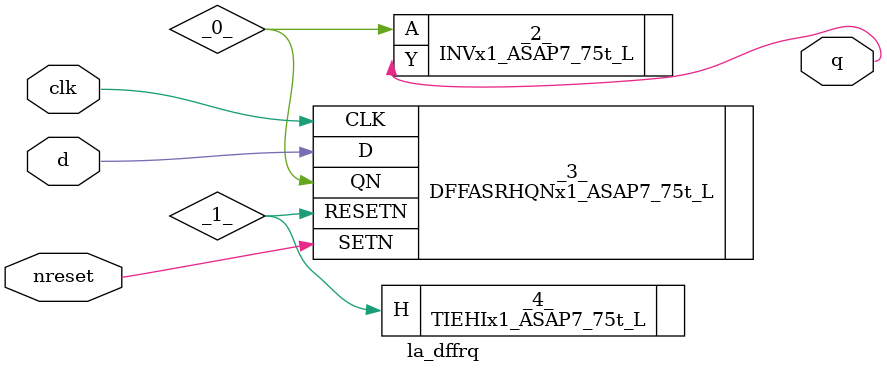
<source format=v>

/* Generated by Yosys 0.40 (git sha1 a1bb0255d, g++ 11.4.0-1ubuntu1~22.04 -fPIC -Os) */

module la_dffrq(d, clk, nreset, q);
  wire _0_;
  wire _1_;
  input clk;
  wire clk;
  input d;
  wire d;
  input nreset;
  wire nreset;
  output q;
  wire q;
  INVx1_ASAP7_75t_L _2_ (
    .A(_0_),
    .Y(q)
  );
  DFFASRHQNx1_ASAP7_75t_L _3_ (
    .CLK(clk),
    .D(d),
    .QN(_0_),
    .RESETN(_1_),
    .SETN(nreset)
  );
  TIEHIx1_ASAP7_75t_L _4_ (
    .H(_1_)
  );
endmodule

</source>
